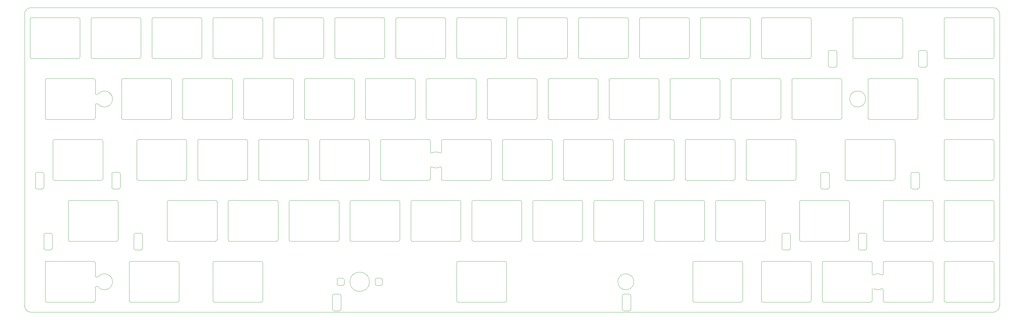
<source format=gm1>
G04 #@! TF.FileFunction,Profile,NP*
%FSLAX46Y46*%
G04 Gerber Fmt 4.6, Leading zero omitted, Abs format (unit mm)*
G04 Created by KiCad (PCBNEW 4.0.7) date 04/18/18 20:47:54*
%MOMM*%
%LPD*%
G01*
G04 APERTURE LIST*
%ADD10C,0.100000*%
G04 APERTURE END LIST*
D10*
X299050000Y-32196000D02*
X300717000Y-32196000D01*
X299050000Y-37403700D02*
G75*
G02X298550000Y-36903700I0J500000D01*
G01*
X298550000Y-36903700D02*
X298550000Y-32696000D01*
X298550000Y-32696000D02*
G75*
G02X299050000Y-32196000I500000J0D01*
G01*
X120824000Y-79572700D02*
G75*
G02X121324000Y-79072700I500000J0D01*
G01*
X54649500Y-60022800D02*
X69250300Y-60022800D01*
X298335000Y-70296000D02*
G75*
G02X298835000Y-70796000I0J-500000D01*
G01*
X268477000Y-75503700D02*
G75*
G02X267977000Y-75003700I0J500000D01*
G01*
X97825300Y-79072700D02*
G75*
G02X98325300Y-79572700I0J-500000D01*
G01*
X267977000Y-70796000D02*
G75*
G02X268477000Y-70296000I500000J0D01*
G01*
X298335000Y-75503700D02*
X296669000Y-75503700D01*
X136425000Y-91373300D02*
G75*
G02X135925000Y-91873300I-500000J0D01*
G01*
X296169000Y-70796000D02*
G75*
G02X296669000Y-70296000I500000J0D01*
G01*
X261318000Y-91373300D02*
X261318000Y-79572700D01*
X135925000Y-91873300D02*
X121324000Y-91873300D01*
X111799400Y-60022800D02*
X126400000Y-60022800D01*
X82724400Y-91373300D02*
X82724400Y-79572700D01*
X43055200Y-60022800D02*
G75*
G02X43555200Y-60522800I0J-500000D01*
G01*
X298835000Y-75003700D02*
G75*
G02X298335000Y-75503700I-500000J0D01*
G01*
X296169000Y-75003700D02*
X296169000Y-70796000D01*
X296669000Y-70296000D02*
X298335000Y-70296000D01*
X121324000Y-91873300D02*
G75*
G02X120824000Y-91373300I0J500000D01*
G01*
X54149500Y-60522800D02*
G75*
G02X54649500Y-60022800I500000J0D01*
G01*
X270642000Y-70796000D02*
X270642000Y-75003700D01*
X69250300Y-60022800D02*
G75*
G02X69750300Y-60522800I0J-500000D01*
G01*
X268477000Y-70296000D02*
X270142000Y-70296000D01*
X276919000Y-79572700D02*
X276919000Y-91373300D01*
X276419000Y-79072700D02*
G75*
G02X276919000Y-79572700I0J-500000D01*
G01*
X98325300Y-79572700D02*
X98325300Y-91373300D01*
X270142000Y-75503700D02*
X268477000Y-75503700D01*
X43555200Y-60522800D02*
X43555200Y-72323300D01*
X98325300Y-91373300D02*
G75*
G02X97825300Y-91873300I-500000J0D01*
G01*
X270142000Y-70296000D02*
G75*
G02X270642000Y-70796000I0J-500000D01*
G01*
X298835000Y-70796000D02*
X298835000Y-75003700D01*
X296669000Y-75503700D02*
G75*
G02X296169000Y-75003700I0J500000D01*
G01*
X83224400Y-91873300D02*
G75*
G02X82724400Y-91373300I0J500000D01*
G01*
X120824000Y-91373300D02*
X120824000Y-79572700D01*
X135925000Y-79072700D02*
G75*
G02X136425000Y-79572700I0J-500000D01*
G01*
X136425000Y-79572700D02*
X136425000Y-91373300D01*
X69750300Y-60522800D02*
X69750300Y-72323300D01*
X69250300Y-72823300D02*
X54649500Y-72823300D01*
X54649500Y-72823300D02*
G75*
G02X54149500Y-72323300I0J500000D01*
G01*
X54149500Y-72323300D02*
X54149500Y-60522800D01*
X111299400Y-72323300D02*
X111299400Y-60522800D01*
X111299400Y-60522800D02*
G75*
G02X111799400Y-60022800I500000J0D01*
G01*
X126400000Y-60022800D02*
G75*
G02X126900000Y-60522800I0J-500000D01*
G01*
X126900000Y-60522800D02*
X126900000Y-72323300D01*
X270642000Y-75003700D02*
G75*
G02X270142000Y-75503700I-500000J0D01*
G01*
X69750300Y-72323300D02*
G75*
G02X69250300Y-72823300I-500000J0D01*
G01*
X261318000Y-79572700D02*
G75*
G02X261818000Y-79072700I500000J0D01*
G01*
X126400000Y-72823300D02*
X111799400Y-72823300D01*
X111799400Y-72823300D02*
G75*
G02X111299400Y-72323300I0J500000D01*
G01*
X267977000Y-75003700D02*
X267977000Y-70796000D01*
X306563000Y-91373300D02*
X306563000Y-79572700D01*
X306563000Y-79572700D02*
G75*
G02X307063000Y-79072700I500000J0D01*
G01*
X307063000Y-79072700D02*
X321663000Y-79072700D01*
X321663000Y-79072700D02*
G75*
G02X322163000Y-79572700I0J-500000D01*
G01*
X322163000Y-79572700D02*
X322163000Y-91373300D01*
X261818000Y-79072700D02*
X276419000Y-79072700D01*
X82724400Y-79572700D02*
G75*
G02X83224400Y-79072700I500000J0D01*
G01*
X83224400Y-79072700D02*
X97825300Y-79072700D01*
X97825300Y-91873300D02*
X83224400Y-91873300D01*
X126900000Y-72323300D02*
G75*
G02X126400000Y-72823300I-500000J0D01*
G01*
X307063000Y-91873300D02*
G75*
G02X306563000Y-91373300I0J500000D01*
G01*
X261818000Y-91873300D02*
G75*
G02X261318000Y-91373300I0J500000D01*
G01*
X276919000Y-91373300D02*
G75*
G02X276419000Y-91873300I-500000J0D01*
G01*
X276419000Y-91873300D02*
X261818000Y-91873300D01*
X121324000Y-79072700D02*
X135925000Y-79072700D01*
X40675300Y-53773300D02*
X26074530Y-53773300D01*
X26074530Y-53773300D02*
G75*
G02X25574530Y-53273300I0J500000D01*
G01*
X164500000Y-72823300D02*
X149899000Y-72823300D01*
X41175300Y-41472800D02*
X41175300Y-45573050D01*
X46360800Y-70796000D02*
G75*
G02X46860800Y-70296000I500000J0D01*
G01*
X183550000Y-60022800D02*
G75*
G02X184050000Y-60522800I0J-500000D01*
G01*
X184050000Y-72323300D02*
G75*
G02X183550000Y-72823300I-500000J0D01*
G01*
X48527300Y-75503700D02*
X46860800Y-75503700D01*
X24650070Y-75503700D02*
X22984950Y-75503700D01*
X168949000Y-72823300D02*
G75*
G02X168449000Y-72323300I0J500000D01*
G01*
X183550000Y-72823300D02*
X168949000Y-72823300D01*
X165000000Y-72323300D02*
G75*
G02X164500000Y-72823300I-500000J0D01*
G01*
X25150070Y-75003700D02*
G75*
G02X24650070Y-75503700I-500000J0D01*
G01*
X322163000Y-91373300D02*
G75*
G02X321663000Y-91873300I-500000J0D01*
G01*
X149399000Y-72323300D02*
X149399000Y-68833610D01*
X145950000Y-68833610D02*
X145950000Y-72323300D01*
X149399000Y-60522800D02*
G75*
G02X149899000Y-60022800I500000J0D01*
G01*
X149899000Y-72823300D02*
G75*
G02X149399000Y-72323300I0J500000D01*
G01*
X22484950Y-75003700D02*
X22484950Y-70796000D01*
X148946375Y-68575336D02*
G75*
G02X146402625Y-68575336I-1271875J2152286D01*
G01*
X22984950Y-75503700D02*
G75*
G02X22484950Y-75003700I0J500000D01*
G01*
X130349000Y-72323300D02*
X130349000Y-60522800D01*
X49027300Y-70796000D02*
X49027300Y-75003700D01*
X22484950Y-70796000D02*
G75*
G02X22984950Y-70296000I500000J0D01*
G01*
X145450000Y-72823300D02*
X130849000Y-72823300D01*
X164500000Y-60022800D02*
G75*
G02X165000000Y-60522800I0J-500000D01*
G01*
X46360800Y-75003700D02*
X46360800Y-70796000D01*
X49027300Y-75003700D02*
G75*
G02X48527300Y-75503700I-500000J0D01*
G01*
X40675300Y-40972800D02*
G75*
G02X41175300Y-41472800I0J-500000D01*
G01*
X41475300Y-45873050D02*
G75*
G02X41175300Y-45573050I0J300000D01*
G01*
X42221110Y-45706383D02*
G75*
G02X41848432Y-45873050I-372678J333333D01*
G01*
X168449000Y-60522800D02*
G75*
G02X168949000Y-60022800I500000J0D01*
G01*
X130349000Y-60522800D02*
G75*
G02X130849000Y-60022800I500000J0D01*
G01*
X25574530Y-41472800D02*
G75*
G02X26074530Y-40972800I500000J0D01*
G01*
X146402625Y-64270764D02*
G75*
G02X145950000Y-64012490I-152625J258274D01*
G01*
X145950000Y-72323300D02*
G75*
G02X145450000Y-72823300I-500000J0D01*
G01*
X130849000Y-60022800D02*
X145450000Y-60022800D01*
X146402625Y-64270764D02*
G75*
G02X148946375Y-64270764I1271875J-2152286D01*
G01*
X145950000Y-60522800D02*
X145950000Y-64012490D01*
X184050000Y-60522800D02*
X184050000Y-72323300D01*
X48527300Y-70296000D02*
G75*
G02X49027300Y-70796000I0J-500000D01*
G01*
X148946375Y-68575336D02*
G75*
G02X149399000Y-68833610I152625J-258274D01*
G01*
X22984950Y-70296000D02*
X24650070Y-70296000D01*
X145950000Y-68833610D02*
G75*
G02X146402625Y-68575336I300000J0D01*
G01*
X168449000Y-72323300D02*
X168449000Y-60522800D01*
X25150070Y-70796000D02*
X25150070Y-75003700D01*
X165000000Y-60522800D02*
X165000000Y-72323300D01*
X145450000Y-60022800D02*
G75*
G02X145950000Y-60522800I0J-500000D01*
G01*
X41175300Y-53273300D02*
G75*
G02X40675300Y-53773300I-500000J0D01*
G01*
X321663000Y-91873300D02*
X307063000Y-91873300D01*
X25574530Y-53273300D02*
X25574530Y-41472800D01*
X26074530Y-40972800D02*
X40675300Y-40972800D01*
X41475300Y-45873050D02*
X41848432Y-45873050D01*
X42221110Y-45706383D02*
G75*
G02X42221110Y-49039716I1863390J-1666667D01*
G01*
X41848432Y-48873050D02*
G75*
G02X42221110Y-49039716I0J-500000D01*
G01*
X46860800Y-70296000D02*
X48527300Y-70296000D01*
X149399000Y-64012490D02*
G75*
G02X148946375Y-64270764I-300000J0D01*
G01*
X46860800Y-75503700D02*
G75*
G02X46360800Y-75003700I0J500000D01*
G01*
X149899000Y-60022800D02*
X164500000Y-60022800D01*
X168949000Y-60022800D02*
X183550000Y-60022800D01*
X24650070Y-70296000D02*
G75*
G02X25150070Y-70796000I0J-500000D01*
G01*
X149399000Y-64012490D02*
X149399000Y-60522800D01*
X130849000Y-72823300D02*
G75*
G02X130349000Y-72323300I0J500000D01*
G01*
X235124000Y-79572700D02*
G75*
G02X235624000Y-79072700I500000J0D01*
G01*
X197024000Y-91373300D02*
X197024000Y-79572700D01*
X250725000Y-91373300D02*
G75*
G02X250225000Y-91873300I-500000J0D01*
G01*
X193575000Y-79572700D02*
X193575000Y-91373300D01*
X212625000Y-79572700D02*
X212625000Y-91373300D01*
X197024000Y-79572700D02*
G75*
G02X197524000Y-79072700I500000J0D01*
G01*
X197524000Y-79072700D02*
X212125000Y-79072700D01*
X43555200Y-72323300D02*
G75*
G02X43055200Y-72823300I-500000J0D01*
G01*
X25589460Y-89345900D02*
X27255930Y-89345900D01*
X27755930Y-94053600D02*
G75*
G02X27255930Y-94553600I-500000J0D01*
G01*
X25589460Y-94553600D02*
G75*
G02X25089460Y-94053600I0J500000D01*
G01*
X212125000Y-91873300D02*
X197524000Y-91873300D01*
X258514000Y-89845900D02*
X258514000Y-94053600D01*
X197524000Y-91873300D02*
G75*
G02X197024000Y-91373300I0J500000D01*
G01*
X43055200Y-72823300D02*
X28455780Y-72823300D01*
X28455780Y-72823300D02*
G75*
G02X27955780Y-72323300I0J500000D01*
G01*
X27955780Y-72323300D02*
X27955780Y-60522800D01*
X27955780Y-60522800D02*
G75*
G02X28455780Y-60022800I500000J0D01*
G01*
X28455780Y-60022800D02*
X43055200Y-60022800D01*
X231175000Y-91873300D02*
X216574000Y-91873300D01*
X193075000Y-79072700D02*
G75*
G02X193575000Y-79572700I0J-500000D01*
G01*
X231675000Y-91373300D02*
G75*
G02X231175000Y-91873300I-500000J0D01*
G01*
X178474000Y-91873300D02*
G75*
G02X177974000Y-91373300I0J500000D01*
G01*
X280223000Y-89345900D02*
X281890000Y-89345900D01*
X53281300Y-94053600D02*
X53281300Y-89845900D01*
X53781300Y-94553600D02*
G75*
G02X53281300Y-94053600I0J500000D01*
G01*
X178474000Y-79072700D02*
X193075000Y-79072700D01*
X212125000Y-79072700D02*
G75*
G02X212625000Y-79572700I0J-500000D01*
G01*
X235624000Y-91873300D02*
G75*
G02X235124000Y-91373300I0J500000D01*
G01*
X250225000Y-91873300D02*
X235624000Y-91873300D01*
X256347000Y-94553600D02*
G75*
G02X255847000Y-94053600I0J500000D01*
G01*
X255847000Y-89845900D02*
G75*
G02X256347000Y-89345900I500000J0D01*
G01*
X27255930Y-89345900D02*
G75*
G02X27755930Y-89845900I0J-500000D01*
G01*
X27755930Y-89845900D02*
X27755930Y-94053600D01*
X25089460Y-89845900D02*
G75*
G02X25589460Y-89345900I500000J0D01*
G01*
X177974000Y-91373300D02*
X177974000Y-79572700D01*
X55947900Y-94053600D02*
G75*
G02X55447900Y-94553600I-500000J0D01*
G01*
X279723000Y-89845900D02*
G75*
G02X280223000Y-89345900I500000J0D01*
G01*
X55447900Y-94553600D02*
X53781300Y-94553600D01*
X193575000Y-91373300D02*
G75*
G02X193075000Y-91873300I-500000J0D01*
G01*
X53781300Y-89345900D02*
X55447900Y-89345900D01*
X280223000Y-94553600D02*
G75*
G02X279723000Y-94053600I0J500000D01*
G01*
X193075000Y-91873300D02*
X178474000Y-91873300D01*
X281890000Y-94553600D02*
X280223000Y-94553600D01*
X256347000Y-89345900D02*
X258014000Y-89345900D01*
X258014000Y-89345900D02*
G75*
G02X258514000Y-89845900I0J-500000D01*
G01*
X258514000Y-94053600D02*
G75*
G02X258014000Y-94553600I-500000J0D01*
G01*
X235624000Y-79072700D02*
X250225000Y-79072700D01*
X279723000Y-94053600D02*
X279723000Y-89845900D01*
X281890000Y-89345900D02*
G75*
G02X282390000Y-89845900I0J-500000D01*
G01*
X255847000Y-94053600D02*
X255847000Y-89845900D01*
X250225000Y-79072700D02*
G75*
G02X250725000Y-79572700I0J-500000D01*
G01*
X177974000Y-79572700D02*
G75*
G02X178474000Y-79072700I500000J0D01*
G01*
X53281300Y-89845900D02*
G75*
G02X53781300Y-89345900I500000J0D01*
G01*
X55447900Y-89345900D02*
G75*
G02X55947900Y-89845900I0J-500000D01*
G01*
X25089460Y-94053600D02*
X25089460Y-89845900D01*
X55947900Y-89845900D02*
X55947900Y-94053600D01*
X258014000Y-94553600D02*
X256347000Y-94553600D01*
X235124000Y-91373300D02*
X235124000Y-79572700D01*
X250725000Y-79572700D02*
X250725000Y-91373300D01*
X282390000Y-94053600D02*
G75*
G02X281890000Y-94553600I-500000J0D01*
G01*
X282390000Y-89845900D02*
X282390000Y-94053600D01*
X212625000Y-91373300D02*
G75*
G02X212125000Y-91873300I-500000J0D01*
G01*
X27255930Y-94553600D02*
X25589460Y-94553600D01*
X33218300Y-91873300D02*
G75*
G02X32718300Y-91373300I0J500000D01*
G01*
X154163000Y-98622700D02*
G75*
G02X154663000Y-98122700I500000J0D01*
G01*
X321663000Y-98122700D02*
G75*
G02X322163000Y-98622700I0J-500000D01*
G01*
X41175300Y-110423280D02*
G75*
G02X40675300Y-110923280I-500000J0D01*
G01*
X48319000Y-91373300D02*
G75*
G02X47819000Y-91873300I-500000J0D01*
G01*
X216574000Y-79072700D02*
X231175000Y-79072700D01*
X158924000Y-79572700D02*
G75*
G02X159424000Y-79072700I500000J0D01*
G01*
X40675300Y-98122700D02*
G75*
G02X41175300Y-98622700I0J-500000D01*
G01*
X154163000Y-110423280D02*
X154163000Y-98622700D01*
X117375300Y-79572700D02*
X117375300Y-91373300D01*
X32718300Y-79572700D02*
G75*
G02X33218300Y-79072700I500000J0D01*
G01*
X78775300Y-91873300D02*
X64174400Y-91873300D01*
X169763000Y-98622700D02*
X169763000Y-110423280D01*
X64174400Y-91873300D02*
G75*
G02X63674400Y-91373300I0J500000D01*
G01*
X102274400Y-91873300D02*
G75*
G02X101774400Y-91373300I0J500000D01*
G01*
X47819000Y-91873300D02*
X33218300Y-91873300D01*
X154663000Y-110923280D02*
G75*
G02X154163000Y-110423280I0J500000D01*
G01*
X47819000Y-79072700D02*
G75*
G02X48319000Y-79572700I0J-500000D01*
G01*
X158924000Y-91373300D02*
X158924000Y-79572700D01*
X41475300Y-103022990D02*
X41848432Y-103022990D01*
X48319000Y-79572700D02*
X48319000Y-91373300D01*
X41175300Y-106322990D02*
X41175300Y-110423280D01*
X64174400Y-79072700D02*
X78775300Y-79072700D01*
X33218300Y-79072700D02*
X47819000Y-79072700D01*
X63674400Y-91373300D02*
X63674400Y-79572700D01*
X169263000Y-98122700D02*
G75*
G02X169763000Y-98622700I0J-500000D01*
G01*
X216074000Y-91373300D02*
X216074000Y-79572700D01*
X322163000Y-98622700D02*
X322163000Y-110423280D01*
X42084500Y-106022990D02*
X41475300Y-106022990D01*
X40675300Y-110923280D02*
X26074530Y-110923280D01*
X25574530Y-110423280D02*
X25574530Y-98122700D01*
X25574530Y-98122700D02*
X40675300Y-98122700D01*
X42221110Y-102856323D02*
G75*
G02X42084500Y-106022990I1863390J-1666667D01*
G01*
X116875300Y-91873300D02*
X102274400Y-91873300D01*
X159424000Y-79072700D02*
X174025000Y-79072700D01*
X174525000Y-79572700D02*
X174525000Y-91373300D01*
X174025000Y-91873300D02*
X159424000Y-91873300D01*
X78775300Y-79072700D02*
G75*
G02X79275300Y-79572700I0J-500000D01*
G01*
X41475300Y-103022990D02*
G75*
G02X41175300Y-102722990I0J300000D01*
G01*
X102274400Y-79072700D02*
X116875300Y-79072700D01*
X32718300Y-91373300D02*
X32718300Y-79572700D01*
X79275300Y-79572700D02*
X79275300Y-91373300D01*
X41175300Y-106322990D02*
G75*
G02X41475300Y-106022990I300000J0D01*
G01*
X159424000Y-91873300D02*
G75*
G02X158924000Y-91373300I0J500000D01*
G01*
X216074000Y-79572700D02*
G75*
G02X216574000Y-79072700I500000J0D01*
G01*
X231175000Y-79072700D02*
G75*
G02X231675000Y-79572700I0J-500000D01*
G01*
X322163000Y-110423280D02*
G75*
G02X321663000Y-110923280I-500000J0D01*
G01*
X41175300Y-98622700D02*
X41175300Y-102722990D01*
X101774400Y-91373300D02*
X101774400Y-79572700D01*
X116875300Y-79072700D02*
G75*
G02X117375300Y-79572700I0J-500000D01*
G01*
X117375300Y-91373300D02*
G75*
G02X116875300Y-91873300I-500000J0D01*
G01*
X169763000Y-110423280D02*
G75*
G02X169263000Y-110923280I-500000J0D01*
G01*
X63674400Y-79572700D02*
G75*
G02X64174400Y-79072700I500000J0D01*
G01*
X26074530Y-110923280D02*
G75*
G02X25574530Y-110423280I0J500000D01*
G01*
X79275300Y-91373300D02*
G75*
G02X78775300Y-91873300I-500000J0D01*
G01*
X42221110Y-102856323D02*
G75*
G02X41848432Y-103022990I-372678J333333D01*
G01*
X154663000Y-98122700D02*
X169263000Y-98122700D01*
X101774400Y-79572700D02*
G75*
G02X102274400Y-79072700I500000J0D01*
G01*
X169263000Y-110923280D02*
X154663000Y-110923280D01*
X174025000Y-79072700D02*
G75*
G02X174525000Y-79572700I0J-500000D01*
G01*
X174525000Y-91373300D02*
G75*
G02X174025000Y-91873300I-500000J0D01*
G01*
X216574000Y-91873300D02*
G75*
G02X216074000Y-91373300I0J500000D01*
G01*
X231675000Y-79572700D02*
X231675000Y-91373300D01*
X222150000Y-72323300D02*
G75*
G02X221650000Y-72823300I-500000J0D01*
G01*
X244649000Y-72323300D02*
X244649000Y-60522800D01*
X216888000Y-53773300D02*
X202288000Y-53773300D01*
X179288000Y-41472800D02*
X179288000Y-53273300D01*
X87488300Y-41472800D02*
G75*
G02X87988300Y-40972800I500000J0D01*
G01*
X83537800Y-40972800D02*
G75*
G02X84037800Y-41472800I0J-500000D01*
G01*
X197838000Y-40972800D02*
G75*
G02X198338000Y-41472800I0J-500000D01*
G01*
X87488300Y-53273300D02*
X87488300Y-41472800D01*
X198338000Y-53273300D02*
G75*
G02X197838000Y-53773300I-500000J0D01*
G01*
X122138000Y-53273300D02*
G75*
G02X121638000Y-53773300I-500000J0D01*
G01*
X207049000Y-60022800D02*
X221650000Y-60022800D01*
X222150000Y-60522800D02*
X222150000Y-72323300D01*
X103087800Y-53273300D02*
G75*
G02X102587800Y-53773300I-500000J0D01*
G01*
X207049000Y-72823300D02*
G75*
G02X206549000Y-72323300I0J500000D01*
G01*
X260250000Y-72323300D02*
G75*
G02X259750000Y-72823300I-500000J0D01*
G01*
X259750000Y-60022800D02*
G75*
G02X260250000Y-60522800I0J-500000D01*
G01*
X217388000Y-41472800D02*
X217388000Y-53273300D01*
X84037800Y-53273300D02*
G75*
G02X83537800Y-53773300I-500000J0D01*
G01*
X245149000Y-72823300D02*
G75*
G02X244649000Y-72323300I0J500000D01*
G01*
X201788000Y-53273300D02*
X201788000Y-41472800D01*
X106538300Y-53273300D02*
X106538300Y-41472800D01*
X201788000Y-41472800D02*
G75*
G02X202288000Y-40972800I500000J0D01*
G01*
X202288000Y-40972800D02*
X216888000Y-40972800D01*
X206549000Y-60522800D02*
G75*
G02X207049000Y-60022800I500000J0D01*
G01*
X58913300Y-22422800D02*
G75*
G02X59413300Y-21922800I500000J0D01*
G01*
X59413300Y-21922800D02*
X74012800Y-21922800D01*
X260250000Y-60522800D02*
X260250000Y-72323300D01*
X102587800Y-40972800D02*
G75*
G02X103087800Y-41472800I0J-500000D01*
G01*
X107038300Y-40972800D02*
X121638000Y-40972800D01*
X121638000Y-40972800D02*
G75*
G02X122138000Y-41472800I0J-500000D01*
G01*
X182738000Y-41472800D02*
G75*
G02X183238000Y-40972800I500000J0D01*
G01*
X221650000Y-72823300D02*
X207049000Y-72823300D01*
X206549000Y-72323300D02*
X206549000Y-60522800D01*
X259750000Y-72823300D02*
X245149000Y-72823300D01*
X122138000Y-41472800D02*
X122138000Y-53273300D01*
X68938300Y-40972800D02*
X83537800Y-40972800D01*
X83537800Y-53773300D02*
X68938300Y-53773300D01*
X197838000Y-53773300D02*
X183238000Y-53773300D01*
X245149000Y-60022800D02*
X259750000Y-60022800D01*
X217388000Y-53273300D02*
G75*
G02X216888000Y-53773300I-500000J0D01*
G01*
X102587800Y-53773300D02*
X87988300Y-53773300D01*
X202288000Y-53773300D02*
G75*
G02X201788000Y-53273300I0J500000D01*
G01*
X68438300Y-53273300D02*
X68438300Y-41472800D01*
X182738000Y-53273300D02*
X182738000Y-41472800D01*
X68438300Y-41472800D02*
G75*
G02X68938300Y-40972800I500000J0D01*
G01*
X183238000Y-40972800D02*
X197838000Y-40972800D01*
X221650000Y-60022800D02*
G75*
G02X222150000Y-60522800I0J-500000D01*
G01*
X244649000Y-60522800D02*
G75*
G02X245149000Y-60022800I500000J0D01*
G01*
X103087800Y-41472800D02*
X103087800Y-53273300D01*
X87988300Y-40972800D02*
X102587800Y-40972800D01*
X164188000Y-40972800D02*
X178788000Y-40972800D01*
X107038300Y-53773300D02*
G75*
G02X106538300Y-53273300I0J500000D01*
G01*
X216888000Y-40972800D02*
G75*
G02X217388000Y-41472800I0J-500000D01*
G01*
X74012800Y-21922800D02*
G75*
G02X74512800Y-22422800I0J-500000D01*
G01*
X74512800Y-22422800D02*
X74512800Y-34223300D01*
X68938300Y-53773300D02*
G75*
G02X68438300Y-53273300I0J500000D01*
G01*
X183238000Y-53773300D02*
G75*
G02X182738000Y-53273300I0J500000D01*
G01*
X106538300Y-41472800D02*
G75*
G02X107038300Y-40972800I500000J0D01*
G01*
X179288000Y-53273300D02*
G75*
G02X178788000Y-53773300I-500000J0D01*
G01*
X84037800Y-41472800D02*
X84037800Y-53273300D01*
X87988300Y-53773300D02*
G75*
G02X87488300Y-53273300I0J500000D01*
G01*
X198338000Y-41472800D02*
X198338000Y-53273300D01*
X178788000Y-40972800D02*
G75*
G02X179288000Y-41472800I0J-500000D01*
G01*
X121638000Y-53773300D02*
X107038300Y-53773300D01*
X187999000Y-72823300D02*
G75*
G02X187499000Y-72323300I0J500000D01*
G01*
X49388400Y-53273300D02*
X49388400Y-41472800D01*
X307063000Y-72823300D02*
G75*
G02X306563000Y-72323300I0J500000D01*
G01*
X306563000Y-72323300D02*
X306563000Y-60522800D01*
X306563000Y-60522800D02*
G75*
G02X307063000Y-60022800I500000J0D01*
G01*
X92249400Y-72323300D02*
X92249400Y-60522800D01*
X307063000Y-60022800D02*
X321663000Y-60022800D01*
X321663000Y-60022800D02*
G75*
G02X322163000Y-60522800I0J-500000D01*
G01*
X88800300Y-60522800D02*
X88800300Y-72323300D01*
X178788000Y-53773300D02*
X164188000Y-53773300D01*
X164188000Y-53773300D02*
G75*
G02X163688000Y-53273300I0J500000D01*
G01*
X41175300Y-49173050D02*
X41175300Y-53273300D01*
X202600000Y-72823300D02*
X187999000Y-72823300D01*
X163688000Y-53273300D02*
X163688000Y-41472800D01*
X303113000Y-91373300D02*
G75*
G02X302613000Y-91873300I-500000J0D01*
G01*
X49388400Y-41472800D02*
G75*
G02X49888400Y-40972800I500000J0D01*
G01*
X322163000Y-60522800D02*
X322163000Y-72323300D01*
X163688000Y-41472800D02*
G75*
G02X164188000Y-40972800I500000J0D01*
G01*
X92749400Y-60022800D02*
X107350300Y-60022800D01*
X49888400Y-53773300D02*
G75*
G02X49388400Y-53273300I0J500000D01*
G01*
X187499000Y-60522800D02*
G75*
G02X187999000Y-60022800I500000J0D01*
G01*
X287513000Y-79572700D02*
G75*
G02X288013000Y-79072700I500000J0D01*
G01*
X107350300Y-72823300D02*
X92749400Y-72823300D01*
X187999000Y-60022800D02*
X202600000Y-60022800D01*
X288013000Y-79072700D02*
X302613000Y-79072700D01*
X302613000Y-91873300D02*
X288013000Y-91873300D01*
X64487800Y-40972800D02*
G75*
G02X64987800Y-41472800I0J-500000D01*
G01*
X187499000Y-72323300D02*
X187499000Y-60522800D01*
X202600000Y-60022800D02*
G75*
G02X203100000Y-60522800I0J-500000D01*
G01*
X88300300Y-72823300D02*
X73699400Y-72823300D01*
X241200000Y-72323300D02*
G75*
G02X240700000Y-72823300I-500000J0D01*
G01*
X225599000Y-72323300D02*
X225599000Y-60522800D01*
X49888400Y-40972800D02*
X64487800Y-40972800D01*
X287513000Y-91373300D02*
X287513000Y-79572700D01*
X92249400Y-60522800D02*
G75*
G02X92749400Y-60022800I500000J0D01*
G01*
X73199400Y-60522800D02*
G75*
G02X73699400Y-60022800I500000J0D01*
G01*
X88800300Y-72323300D02*
G75*
G02X88300300Y-72823300I-500000J0D01*
G01*
X41175300Y-49173050D02*
G75*
G02X41475300Y-48873050I300000J0D01*
G01*
X41848432Y-48873050D02*
X41475300Y-48873050D01*
X303113000Y-79572700D02*
X303113000Y-91373300D01*
X64987800Y-41472800D02*
X64987800Y-53273300D01*
X73199400Y-72323300D02*
X73199400Y-60522800D01*
X240700000Y-60022800D02*
G75*
G02X241200000Y-60522800I0J-500000D01*
G01*
X241200000Y-60522800D02*
X241200000Y-72323300D01*
X73699400Y-72823300D02*
G75*
G02X73199400Y-72323300I0J500000D01*
G01*
X73699400Y-60022800D02*
X88300300Y-60022800D01*
X203100000Y-60522800D02*
X203100000Y-72323300D01*
X322163000Y-72323300D02*
G75*
G02X321663000Y-72823300I-500000J0D01*
G01*
X302613000Y-79072700D02*
G75*
G02X303113000Y-79572700I0J-500000D01*
G01*
X288013000Y-91873300D02*
G75*
G02X287513000Y-91373300I0J500000D01*
G01*
X226099000Y-60022800D02*
X240700000Y-60022800D01*
X64987800Y-53273300D02*
G75*
G02X64487800Y-53773300I-500000J0D01*
G01*
X321663000Y-72823300D02*
X307063000Y-72823300D01*
X64487800Y-53773300D02*
X49888400Y-53773300D01*
X107350300Y-60022800D02*
G75*
G02X107850300Y-60522800I0J-500000D01*
G01*
X107850300Y-72323300D02*
G75*
G02X107350300Y-72823300I-500000J0D01*
G01*
X240700000Y-72823300D02*
X226099000Y-72823300D01*
X203100000Y-72323300D02*
G75*
G02X202600000Y-72823300I-500000J0D01*
G01*
X226099000Y-72823300D02*
G75*
G02X225599000Y-72323300I0J500000D01*
G01*
X92749400Y-72823300D02*
G75*
G02X92249400Y-72323300I0J500000D01*
G01*
X88300300Y-60022800D02*
G75*
G02X88800300Y-60522800I0J-500000D01*
G01*
X225599000Y-60522800D02*
G75*
G02X226099000Y-60022800I500000J0D01*
G01*
X107850300Y-60522800D02*
X107850300Y-72323300D01*
X117495500Y-108395940D02*
G75*
G02X117995500Y-108895940I0J-500000D01*
G01*
X228481000Y-110923280D02*
G75*
G02X227981000Y-110423280I0J500000D01*
G01*
X287513000Y-102103046D02*
X287513000Y-98622700D01*
X249913000Y-21922800D02*
X264513000Y-21922800D01*
X249413000Y-34223300D02*
X249413000Y-22422800D01*
X264513000Y-34723300D02*
X249913000Y-34723300D01*
X115330300Y-113102188D02*
X115330300Y-108895940D01*
X249913000Y-34723300D02*
G75*
G02X249413000Y-34223300I0J500000D01*
G01*
X140374000Y-91873300D02*
G75*
G02X139874000Y-91373300I0J500000D01*
G01*
X307063000Y-110923280D02*
G75*
G02X306563000Y-110423280I0J500000D01*
G01*
X154975000Y-91873300D02*
X140374000Y-91873300D01*
X228481000Y-98122700D02*
X243080000Y-98122700D01*
X268963000Y-98122700D02*
X283563000Y-98122700D01*
X117495500Y-113602188D02*
X115830300Y-113602188D01*
X306563000Y-110423280D02*
X306563000Y-98622700D01*
X306563000Y-98622700D02*
G75*
G02X307063000Y-98122700I500000J0D01*
G01*
X307063000Y-98122700D02*
X321663000Y-98122700D01*
X302613000Y-98122700D02*
G75*
G02X303113000Y-98622700I0J-500000D01*
G01*
X243080000Y-110923280D02*
X228481000Y-110923280D01*
X287513000Y-98622700D02*
G75*
G02X288013000Y-98122700I500000J0D01*
G01*
X303113000Y-98622700D02*
X303113000Y-110423280D01*
X115830300Y-113602188D02*
G75*
G02X115330300Y-113102188I0J500000D01*
G01*
X284517446Y-102379746D02*
G75*
G02X284063000Y-102122557I-154446J257189D01*
G01*
X284063000Y-106923424D02*
G75*
G02X284517446Y-106666233I300000J1D01*
G01*
X264513000Y-21922800D02*
G75*
G02X265013000Y-22422800I0J-500000D01*
G01*
X284063000Y-98622700D02*
X284063000Y-102122557D01*
X265013000Y-34223300D02*
G75*
G02X264513000Y-34723300I-500000J0D01*
G01*
X67369100Y-110423280D02*
G75*
G02X66869100Y-110923280I-500000J0D01*
G01*
X303113000Y-110423280D02*
G75*
G02X302613000Y-110923280I-500000J0D01*
G01*
X287062089Y-106683654D02*
G75*
G02X284517446Y-106666233I-1257589J2160664D01*
G01*
X243080000Y-98122700D02*
G75*
G02X243580000Y-98622700I0J-500000D01*
G01*
X243580000Y-110423280D02*
G75*
G02X243080000Y-110923280I-500000J0D01*
G01*
X284517446Y-102379747D02*
G75*
G02X287062089Y-102362326I1287054J-2143243D01*
G01*
X284063000Y-106923423D02*
X284063000Y-110423280D01*
X268463000Y-110423280D02*
X268463000Y-98622700D01*
X268463000Y-98622700D02*
G75*
G02X268963000Y-98122700I500000J0D01*
G01*
X287513000Y-110423280D02*
X287513000Y-106942934D01*
X265013000Y-22422800D02*
X265013000Y-34223300D01*
X154975000Y-79072700D02*
G75*
G02X155475000Y-79572700I0J-500000D01*
G01*
X287513000Y-102103046D02*
G75*
G02X287062089Y-102362326I-300000J0D01*
G01*
X287062089Y-106683654D02*
G75*
G02X287513000Y-106942934I150911J-259280D01*
G01*
X288013000Y-110923280D02*
G75*
G02X287513000Y-110423280I0J500000D01*
G01*
X249413000Y-22422800D02*
G75*
G02X249913000Y-21922800I500000J0D01*
G01*
X155475000Y-79572700D02*
X155475000Y-91373300D01*
X155475000Y-91373300D02*
G75*
G02X154975000Y-91873300I-500000J0D01*
G01*
X139874000Y-91373300D02*
X139874000Y-79572700D01*
X243580000Y-98622700D02*
X243580000Y-110423280D01*
X283563000Y-110923280D02*
X268963000Y-110923280D01*
X115330300Y-108895940D02*
G75*
G02X115830300Y-108395940I500000J0D01*
G01*
X268963000Y-110923280D02*
G75*
G02X268463000Y-110423280I0J500000D01*
G01*
X115830300Y-108395940D02*
X117495500Y-108395940D01*
X288013000Y-98122700D02*
X302613000Y-98122700D01*
X117995500Y-113102188D02*
G75*
G02X117495500Y-113602188I-500000J0D01*
G01*
X227981000Y-98622700D02*
G75*
G02X228481000Y-98122700I500000J0D01*
G01*
X302613000Y-110923280D02*
X288013000Y-110923280D01*
X139874000Y-79572700D02*
G75*
G02X140374000Y-79072700I500000J0D01*
G01*
X284063000Y-110423280D02*
G75*
G02X283563000Y-110923280I-500000J0D01*
G01*
X140374000Y-79072700D02*
X154975000Y-79072700D01*
X321663000Y-110923280D02*
X307063000Y-110923280D01*
X66869100Y-110923280D02*
X52268300Y-110923280D01*
X117995500Y-108895940D02*
X117995500Y-113102188D01*
X227981000Y-110423280D02*
X227981000Y-98622700D01*
X283563000Y-98122700D02*
G75*
G02X284063000Y-98622700I0J-500000D01*
G01*
X40363400Y-34723300D02*
G75*
G02X39863400Y-34223300I0J500000D01*
G01*
X226413000Y-34723300D02*
X211813000Y-34723300D01*
X192263000Y-22422800D02*
G75*
G02X192763000Y-21922800I500000J0D01*
G01*
X307063000Y-34723300D02*
G75*
G02X306563000Y-34223300I0J500000D01*
G01*
X306563000Y-34223300D02*
X306563000Y-22422800D01*
X307063000Y-21922800D02*
X321663000Y-21922800D01*
X211813000Y-34723300D02*
G75*
G02X211313000Y-34223300I0J500000D01*
G01*
X211313000Y-22422800D02*
G75*
G02X211813000Y-21922800I500000J0D01*
G01*
X321663000Y-21922800D02*
G75*
G02X322163000Y-22422800I0J-500000D01*
G01*
X54962800Y-34723300D02*
X40363400Y-34723300D01*
X112611400Y-34223300D02*
G75*
G02X112111400Y-34723300I-500000J0D01*
G01*
X211313000Y-34223300D02*
X211313000Y-22422800D01*
X293588000Y-22422800D02*
X293588000Y-34223300D01*
X131661000Y-22422800D02*
X131661000Y-34223300D01*
X131161000Y-34723300D02*
X116563300Y-34723300D01*
X116563300Y-34723300D02*
G75*
G02X116063300Y-34223300I0J500000D01*
G01*
X116063300Y-22422800D02*
G75*
G02X116563300Y-21922800I500000J0D01*
G01*
X93562800Y-34223300D02*
G75*
G02X93062800Y-34723300I-500000J0D01*
G01*
X93062800Y-34723300D02*
X78463300Y-34723300D01*
X97513300Y-21922800D02*
X112111400Y-21922800D01*
X55462800Y-34223300D02*
G75*
G02X54962800Y-34723300I-500000J0D01*
G01*
X322163000Y-22422800D02*
X322163000Y-34223300D01*
X40363400Y-21922800D02*
X54962800Y-21922800D01*
X97013300Y-22422800D02*
G75*
G02X97513300Y-21922800I500000J0D01*
G01*
X278488000Y-21922800D02*
X293088000Y-21922800D01*
X293588000Y-34223300D02*
G75*
G02X293088000Y-34723300I-500000J0D01*
G01*
X112111400Y-21922800D02*
G75*
G02X112611400Y-22422800I0J-500000D01*
G01*
X116063300Y-34223300D02*
X116063300Y-22422800D01*
X78463300Y-34723300D02*
G75*
G02X77963300Y-34223300I0J500000D01*
G01*
X77963300Y-34223300D02*
X77963300Y-22422800D01*
X77963300Y-22422800D02*
G75*
G02X78463300Y-21922800I500000J0D01*
G01*
X78463300Y-21922800D02*
X93062800Y-21922800D01*
X93062800Y-21922800D02*
G75*
G02X93562800Y-22422800I0J-500000D01*
G01*
X192263000Y-34223300D02*
X192263000Y-22422800D01*
X306563000Y-22422800D02*
G75*
G02X307063000Y-21922800I500000J0D01*
G01*
X112611400Y-22422800D02*
X112611400Y-34223300D01*
X321663000Y-34723300D02*
X307063000Y-34723300D01*
X278488000Y-34723300D02*
G75*
G02X277988000Y-34223300I0J500000D01*
G01*
X97013300Y-34223300D02*
X97013300Y-22422800D01*
X293088000Y-34723300D02*
X278488000Y-34723300D01*
X277988000Y-22422800D02*
G75*
G02X278488000Y-21922800I500000J0D01*
G01*
X293088000Y-21922800D02*
G75*
G02X293588000Y-22422800I0J-500000D01*
G01*
X54962800Y-21922800D02*
G75*
G02X55462800Y-22422800I0J-500000D01*
G01*
X207863000Y-22422800D02*
X207863000Y-34223300D01*
X207863000Y-34223300D02*
G75*
G02X207363000Y-34723300I-500000J0D01*
G01*
X192763000Y-21922800D02*
X207363000Y-21922800D01*
X322163000Y-34223300D02*
G75*
G02X321663000Y-34723300I-500000J0D01*
G01*
X226913000Y-22422800D02*
X226913000Y-34223300D01*
X211813000Y-21922800D02*
X226413000Y-21922800D01*
X226913000Y-34223300D02*
G75*
G02X226413000Y-34723300I-500000J0D01*
G01*
X277988000Y-34223300D02*
X277988000Y-22422800D01*
X112111400Y-34723300D02*
X97513300Y-34723300D01*
X97513300Y-34723300D02*
G75*
G02X97013300Y-34223300I0J500000D01*
G01*
X39863400Y-34223300D02*
X39863400Y-22422800D01*
X116563300Y-21922800D02*
X131161000Y-21922800D01*
X131161000Y-21922800D02*
G75*
G02X131661000Y-22422800I0J-500000D01*
G01*
X131661000Y-34223300D02*
G75*
G02X131161000Y-34723300I-500000J0D01*
G01*
X207363000Y-34723300D02*
X192763000Y-34723300D01*
X192763000Y-34723300D02*
G75*
G02X192263000Y-34223300I0J500000D01*
G01*
X207363000Y-21922800D02*
G75*
G02X207863000Y-22422800I0J-500000D01*
G01*
X55462800Y-22422800D02*
X55462800Y-34223300D01*
X39863400Y-22422800D02*
G75*
G02X40363400Y-21922800I500000J0D01*
G01*
X226413000Y-21922800D02*
G75*
G02X226913000Y-22422800I0J-500000D01*
G01*
X169263000Y-34723300D02*
X154663000Y-34723300D01*
X135112000Y-34223300D02*
X135112000Y-22422800D01*
X206429000Y-113602188D02*
G75*
G02X205929000Y-113102188I0J500000D01*
G01*
X205929000Y-113102188D02*
X205929000Y-108895940D01*
X205929000Y-108895940D02*
G75*
G02X206429000Y-108395940I500000J0D01*
G01*
X77963300Y-110423280D02*
X77963300Y-98622700D01*
X93062800Y-98122700D02*
G75*
G02X93562800Y-98622700I0J-500000D01*
G01*
X135612000Y-21922800D02*
X150213000Y-21922800D01*
X188313000Y-34723300D02*
X173713000Y-34723300D01*
X230363000Y-34223300D02*
X230363000Y-22422800D01*
X206429000Y-108395940D02*
X208094000Y-108395940D01*
X208594000Y-113102188D02*
G75*
G02X208094000Y-113602188I-500000J0D01*
G01*
X135112000Y-22422800D02*
G75*
G02X135612000Y-21922800I500000J0D01*
G01*
X173213000Y-34223300D02*
X173213000Y-22422800D01*
X78463300Y-98122700D02*
X93062800Y-98122700D01*
X208094000Y-113602188D02*
X206429000Y-113602188D01*
X265013000Y-98622700D02*
X265013000Y-110423280D01*
X51768300Y-98622700D02*
G75*
G02X52268300Y-98122700I500000J0D01*
G01*
X93562800Y-110423280D02*
G75*
G02X93062800Y-110923280I-500000J0D01*
G01*
X78463300Y-110923280D02*
G75*
G02X77963300Y-110423280I0J500000D01*
G01*
X52268300Y-110923280D02*
G75*
G02X51768300Y-110423280I0J500000D01*
G01*
X169263000Y-21922800D02*
G75*
G02X169763000Y-22422800I0J-500000D01*
G01*
X245463000Y-21922800D02*
G75*
G02X245963000Y-22422800I0J-500000D01*
G01*
X245963000Y-34223300D02*
G75*
G02X245463000Y-34723300I-500000J0D01*
G01*
X208094000Y-108395940D02*
G75*
G02X208594000Y-108895940I0J-500000D01*
G01*
X93562800Y-22422800D02*
X93562800Y-34223300D01*
X154663000Y-21922800D02*
X169263000Y-21922800D01*
X169763000Y-34223300D02*
G75*
G02X169263000Y-34723300I-500000J0D01*
G01*
X154163000Y-34223300D02*
X154163000Y-22422800D01*
X188813000Y-34223300D02*
G75*
G02X188313000Y-34723300I-500000J0D01*
G01*
X245963000Y-22422800D02*
X245963000Y-34223300D01*
X230363000Y-22422800D02*
G75*
G02X230863000Y-21922800I500000J0D01*
G01*
X150213000Y-34723300D02*
X135612000Y-34723300D01*
X249913000Y-110923280D02*
G75*
G02X249413000Y-110423280I0J500000D01*
G01*
X230863000Y-34723300D02*
G75*
G02X230363000Y-34223300I0J500000D01*
G01*
X249413000Y-110423280D02*
X249413000Y-98622700D01*
X264513000Y-98122700D02*
G75*
G02X265013000Y-98622700I0J-500000D01*
G01*
X265013000Y-110423280D02*
G75*
G02X264513000Y-110923280I-500000J0D01*
G01*
X150713000Y-22422800D02*
X150713000Y-34223300D01*
X188313000Y-21922800D02*
G75*
G02X188813000Y-22422800I0J-500000D01*
G01*
X208594000Y-108895940D02*
X208594000Y-113102188D01*
X245463000Y-34723300D02*
X230863000Y-34723300D01*
X150213000Y-21922800D02*
G75*
G02X150713000Y-22422800I0J-500000D01*
G01*
X173713000Y-21922800D02*
X188313000Y-21922800D01*
X93062800Y-110923280D02*
X78463300Y-110923280D01*
X135612000Y-34723300D02*
G75*
G02X135112000Y-34223300I0J500000D01*
G01*
X249413000Y-98622700D02*
G75*
G02X249913000Y-98122700I500000J0D01*
G01*
X264513000Y-110923280D02*
X249913000Y-110923280D01*
X51768300Y-110423280D02*
X51768300Y-98622700D01*
X52268300Y-98122700D02*
X66869100Y-98122700D01*
X66869100Y-98122700D02*
G75*
G02X67369100Y-98622700I0J-500000D01*
G01*
X67369100Y-98622700D02*
X67369100Y-110423280D01*
X249913000Y-98122700D02*
X264513000Y-98122700D01*
X173713000Y-34723300D02*
G75*
G02X173213000Y-34223300I0J500000D01*
G01*
X154663000Y-34723300D02*
G75*
G02X154163000Y-34223300I0J500000D01*
G01*
X169763000Y-22422800D02*
X169763000Y-34223300D01*
X188813000Y-22422800D02*
X188813000Y-34223300D01*
X173213000Y-22422800D02*
G75*
G02X173713000Y-21922800I500000J0D01*
G01*
X77963300Y-98622700D02*
G75*
G02X78463300Y-98122700I500000J0D01*
G01*
X154163000Y-22422800D02*
G75*
G02X154663000Y-21922800I500000J0D01*
G01*
X93562800Y-98622700D02*
X93562800Y-110423280D01*
X230863000Y-21922800D02*
X245463000Y-21922800D01*
X150713000Y-34223300D02*
G75*
G02X150213000Y-34723300I-500000J0D01*
G01*
X290705000Y-72823300D02*
X276104000Y-72823300D01*
X323888000Y-112048671D02*
G75*
G02X321888000Y-114048671I-2000000J0D01*
G01*
X321888000Y-114048671D02*
X21088084Y-114048671D01*
X126887900Y-104522990D02*
G75*
G03X126887900Y-104522990I-3025000J0D01*
G01*
X236438000Y-41472800D02*
X236438000Y-53273300D01*
X291205000Y-60522800D02*
X291205000Y-72323300D01*
X144637000Y-41472800D02*
G75*
G02X145137000Y-40972800I500000J0D01*
G01*
X19088084Y-20798600D02*
G75*
G02X21088084Y-18798600I2000000J0D01*
G01*
X209564500Y-104522990D02*
G75*
G03X209564500Y-104522990I-2500000J0D01*
G01*
X282034500Y-47373050D02*
G75*
G03X282034500Y-47373050I-2500000J0D01*
G01*
X117287900Y-105647990D02*
G75*
G02X116787900Y-105147990I0J500000D01*
G01*
X119037900Y-103897990D02*
X119037900Y-105147990D01*
X130937900Y-103897990D02*
X130937900Y-105147990D01*
X130937900Y-105147990D02*
G75*
G02X130437900Y-105647990I-500000J0D01*
G01*
X129187900Y-105647990D02*
G75*
G02X128687900Y-105147990I0J500000D01*
G01*
X119037900Y-105147990D02*
G75*
G02X118537900Y-105647990I-500000J0D01*
G01*
X116787900Y-105147990D02*
X116787900Y-103897990D01*
X235938000Y-40972800D02*
G75*
G02X236438000Y-41472800I0J-500000D01*
G01*
X117287900Y-103397990D02*
X118537900Y-103397990D01*
X220838000Y-53273300D02*
X220838000Y-41472800D01*
X128687900Y-105147990D02*
X128687900Y-103897990D01*
X140688000Y-40972800D02*
G75*
G02X141188000Y-41472800I0J-500000D01*
G01*
X129187900Y-103397990D02*
X130437900Y-103397990D01*
X236438000Y-53273300D02*
G75*
G02X235938000Y-53773300I-500000J0D01*
G01*
X141188000Y-41472800D02*
X141188000Y-53273300D01*
X126088000Y-40972800D02*
X140688000Y-40972800D01*
X290705000Y-60022800D02*
G75*
G02X291205000Y-60522800I0J-500000D01*
G01*
X130437900Y-103397990D02*
G75*
G02X130937900Y-103897990I0J-500000D01*
G01*
X220838000Y-41472800D02*
G75*
G02X221338000Y-40972800I500000J0D01*
G01*
X221338000Y-40972800D02*
X235938000Y-40972800D01*
X140688000Y-53773300D02*
X126088000Y-53773300D01*
X276104000Y-72823300D02*
G75*
G02X275604000Y-72323300I0J500000D01*
G01*
X145137000Y-40972800D02*
X159738000Y-40972800D01*
X125588000Y-53273300D02*
X125588000Y-41472800D01*
X145137000Y-53773300D02*
G75*
G02X144637000Y-53273300I0J500000D01*
G01*
X128687900Y-103897990D02*
G75*
G02X129187900Y-103397990I500000J0D01*
G01*
X116787900Y-103897990D02*
G75*
G02X117287900Y-103397990I500000J0D01*
G01*
X118537900Y-103397990D02*
G75*
G02X119037900Y-103897990I0J-500000D01*
G01*
X221338000Y-53773300D02*
G75*
G02X220838000Y-53273300I0J500000D01*
G01*
X126088000Y-53773300D02*
G75*
G02X125588000Y-53273300I0J500000D01*
G01*
X291205000Y-72323300D02*
G75*
G02X290705000Y-72823300I-500000J0D01*
G01*
X144637000Y-53273300D02*
X144637000Y-41472800D01*
X275604000Y-72323300D02*
X275604000Y-60522800D01*
X74012800Y-34723300D02*
X59413300Y-34723300D01*
X159738000Y-53773300D02*
X145137000Y-53773300D01*
X74512800Y-34223300D02*
G75*
G02X74012800Y-34723300I-500000J0D01*
G01*
X58913300Y-34223300D02*
X58913300Y-22422800D01*
X160238000Y-41472800D02*
X160238000Y-53273300D01*
X19088084Y-112048671D02*
X19088084Y-20798600D01*
X276104000Y-60022800D02*
X290705000Y-60022800D01*
X160238000Y-53273300D02*
G75*
G02X159738000Y-53773300I-500000J0D01*
G01*
X59413300Y-34723300D02*
G75*
G02X58913300Y-34223300I0J500000D01*
G01*
X130437900Y-105647990D02*
X129187900Y-105647990D01*
X118537900Y-105647990D02*
X117287900Y-105647990D01*
X235938000Y-53773300D02*
X221338000Y-53773300D01*
X275604000Y-60522800D02*
G75*
G02X276104000Y-60022800I500000J0D01*
G01*
X21088084Y-114048671D02*
G75*
G02X19088084Y-112048671I0J2000000D01*
G01*
X159738000Y-40972800D02*
G75*
G02X160238000Y-41472800I0J-500000D01*
G01*
X21088084Y-18798600D02*
X321888000Y-18798600D01*
X141188000Y-53273300D02*
G75*
G02X140688000Y-53773300I-500000J0D01*
G01*
X125588000Y-41472800D02*
G75*
G02X126088000Y-40972800I500000J0D01*
G01*
X321888000Y-18798600D02*
G75*
G02X323888000Y-20798600I0J-2000000D01*
G01*
X323888000Y-20798600D02*
X323888000Y-112048671D01*
X274538000Y-41472800D02*
X274538000Y-53273300D01*
X258938000Y-41472800D02*
G75*
G02X259438000Y-40972800I500000J0D01*
G01*
X307063000Y-40972800D02*
X321663000Y-40972800D01*
X301217000Y-32696000D02*
X301217000Y-36903700D01*
X20813390Y-22422800D02*
G75*
G02X21313390Y-21922800I500000J0D01*
G01*
X254988000Y-40972800D02*
G75*
G02X255488000Y-41472800I0J-500000D01*
G01*
X259438000Y-53773300D02*
G75*
G02X258938000Y-53273300I0J500000D01*
G01*
X274538000Y-53273300D02*
G75*
G02X274038000Y-53773300I-500000J0D01*
G01*
X274038000Y-40972800D02*
G75*
G02X274538000Y-41472800I0J-500000D01*
G01*
X21313390Y-21922800D02*
X35912800Y-21922800D01*
X36412800Y-34223300D02*
G75*
G02X35912800Y-34723300I-500000J0D01*
G01*
X35912800Y-34723300D02*
X21313390Y-34723300D01*
X322163000Y-41472800D02*
X322163000Y-53273300D01*
X240388000Y-53773300D02*
G75*
G02X239888000Y-53273300I0J500000D01*
G01*
X239888000Y-41472800D02*
G75*
G02X240388000Y-40972800I500000J0D01*
G01*
X21313390Y-34723300D02*
G75*
G02X20813390Y-34223300I0J500000D01*
G01*
X321663000Y-40972800D02*
G75*
G02X322163000Y-41472800I0J-500000D01*
G01*
X274038000Y-53773300D02*
X259438000Y-53773300D01*
X297850000Y-53773300D02*
X283249000Y-53773300D01*
X240388000Y-40972800D02*
X254988000Y-40972800D01*
X282749000Y-41472800D02*
G75*
G02X283249000Y-40972800I500000J0D01*
G01*
X255488000Y-53273300D02*
G75*
G02X254988000Y-53773300I-500000J0D01*
G01*
X283249000Y-40972800D02*
X297850000Y-40972800D01*
X298350000Y-53273300D02*
G75*
G02X297850000Y-53773300I-500000J0D01*
G01*
X283249000Y-53773300D02*
G75*
G02X282749000Y-53273300I0J500000D01*
G01*
X270858000Y-37403700D02*
G75*
G02X270358000Y-36903700I0J500000D01*
G01*
X36412800Y-22422800D02*
X36412800Y-34223300D01*
X306563000Y-41472800D02*
G75*
G02X307063000Y-40972800I500000J0D01*
G01*
X270358000Y-32696000D02*
G75*
G02X270858000Y-32196000I500000J0D01*
G01*
X322163000Y-53273300D02*
G75*
G02X321663000Y-53773300I-500000J0D01*
G01*
X272525000Y-37403700D02*
X270858000Y-37403700D01*
X258938000Y-53273300D02*
X258938000Y-41472800D01*
X270358000Y-36903700D02*
X270358000Y-32696000D01*
X321663000Y-53773300D02*
X307063000Y-53773300D01*
X20813390Y-34223300D02*
X20813390Y-22422800D01*
X298350000Y-41472800D02*
X298350000Y-53273300D01*
X273025000Y-32696000D02*
X273025000Y-36903700D01*
X273025000Y-36903700D02*
G75*
G02X272525000Y-37403700I-500000J0D01*
G01*
X301217000Y-36903700D02*
G75*
G02X300717000Y-37403700I-500000J0D01*
G01*
X255488000Y-41472800D02*
X255488000Y-53273300D01*
X300717000Y-37403700D02*
X299050000Y-37403700D01*
X35912800Y-21922800D02*
G75*
G02X36412800Y-22422800I0J-500000D01*
G01*
X307063000Y-53773300D02*
G75*
G02X306563000Y-53273300I0J500000D01*
G01*
X306563000Y-53273300D02*
X306563000Y-41472800D01*
X270858000Y-32196000D02*
X272525000Y-32196000D01*
X239888000Y-53273300D02*
X239888000Y-41472800D01*
X282749000Y-53273300D02*
X282749000Y-41472800D01*
X297850000Y-40972800D02*
G75*
G02X298350000Y-41472800I0J-500000D01*
G01*
X254988000Y-53773300D02*
X240388000Y-53773300D01*
X259438000Y-40972800D02*
X274038000Y-40972800D01*
X272525000Y-32196000D02*
G75*
G02X273025000Y-32696000I0J-500000D01*
G01*
X300717000Y-32196000D02*
G75*
G02X301217000Y-32696000I0J-500000D01*
G01*
M02*

</source>
